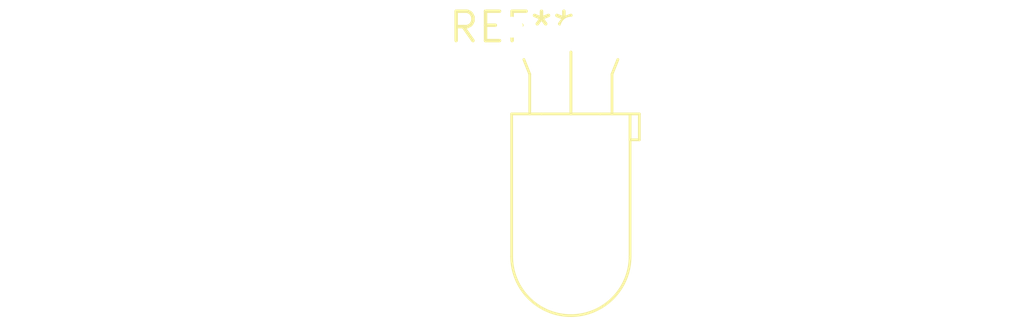
<source format=kicad_pcb>
(kicad_pcb (version 20240108) (generator pcbnew)
  (layers (0 "F.Cu" signal) (31 "B.Cu" signal) (34 "B.Paste" user) (35 "F.Paste" user) (36 "B.SilkS" user "B.Silkscreen") (37 "F.SilkS" user "F.Silkscreen") (38 "B.Mask" user) (39 "F.Mask" user) (44 "Edge.Cuts" user))
  (net 0 "")
  (footprint "LED_D5.0mm-3_Horizontal_O3.81mm_Z3.0mm" (layer "F.Cu") (at 0 0)
    (property "Reference" "REF**")
    (property "Value" "LED_D5.0mm-3_Horizontal_O3.81mm_Z3.0mm")
    (fp_line (start -0.02 3.75) (end -0.02 9.91) (layer "F.SilkS") (stroke (width 0.12)))
    (fp_line (start -0.02 3.75) (end 5.1 3.75) (layer "F.SilkS") (stroke (width 0.12)))
    (fp_line (start 0.762 2.032) (end 0.508 1.397) (layer "F.SilkS") (stroke (width 0.12)))
    (fp_line (start 0.762 2.032) (end 0.762 3.75) (layer "F.SilkS") (stroke (width 0.12)))
    (fp_line (start 1.27 3.75) (end 1.27 3.75) (layer "F.SilkS") (stroke (width 0.12)))
    (fp_line (start 2.54 1.08) (end 2.54 1.08) (layer "F.SilkS") (stroke (width 0.12)))
    (fp_line (start 2.54 1.08) (end 2.54 3.75) (layer "F.SilkS") (stroke (width 0.12)))
    (fp_line (start 2.54 3.75) (end 2.54 1.08) (layer "F.SilkS") (stroke (width 0.12)))
    (fp_line (start 3.81 3.75) (end 3.81 3.75) (layer "F.SilkS") (stroke (width 0.12)))
    (fp_line (start 4.318 2.032) (end 4.572 1.397) (layer "F.SilkS") (stroke (width 0.12)))
    (fp_line (start 4.318 3.75) (end 4.318 2.032) (layer "F.SilkS") (stroke (width 0.12)))
    (fp_line (start 5.1 3.75) (end 5.1 9.91) (layer "F.SilkS") (stroke (width 0.12)))
    (fp_line (start 5.1 3.75) (end 5.5 3.75) (layer "F.SilkS") (stroke (width 0.12)))
    (fp_line (start 5.1 4.87) (end 5.1 3.75) (layer "F.SilkS") (stroke (width 0.12)))
    (fp_line (start 5.5 3.75) (end 5.5 4.87) (layer "F.SilkS") (stroke (width 0.12)))
    (fp_line (start 5.5 4.87) (end 5.1 4.87) (layer "F.SilkS") (stroke (width 0.12)))
    (fp_arc (start 5.1 9.91) (mid 2.54 12.47) (end -0.02 9.91) (layer "F.SilkS") (stroke (width 0.12)))
    (pad "1" thru_hole rect (at 0 0) (size 1.8 1.8) (drill 0.9) (layers *.Cu *.Mask) (remove_unused_layers))
    (pad "2" thru_hole circle (at 2.54 0) (size 1.8 1.8) (drill 0.9) (layers *.Cu *.Mask) (remove_unused_layers))
    (pad "3" thru_hole circle (at 5.08 0) (size 1.8 1.8) (drill 0.9) (layers *.Cu *.Mask) (remove_unused_layers))
  )
)
</source>
